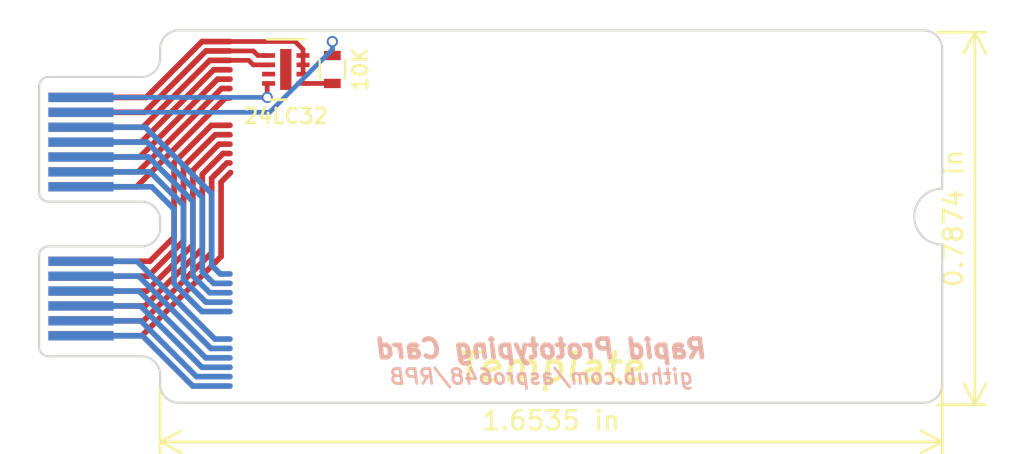
<source format=kicad_pcb>
(kicad_pcb (version 20171130) (host pcbnew "(5.1.10)-1")

  (general
    (thickness 1.6)
    (drawings 7)
    (tracks 120)
    (zones 0)
    (modules 3)
    (nets 28)
  )

  (page A)
  (title_block
    (title "Beetje 32U4 Blok")
    (date 2018-08-10)
    (rev 0.0)
    (company www.MakersBox.us)
    (comment 1 648.ken@gmail.com)
  )

  (layers
    (0 F.Cu signal)
    (31 B.Cu signal)
    (32 B.Adhes user)
    (33 F.Adhes user)
    (34 B.Paste user)
    (35 F.Paste user)
    (36 B.SilkS user)
    (37 F.SilkS user)
    (38 B.Mask user)
    (39 F.Mask user)
    (40 Dwgs.User user)
    (41 Cmts.User user)
    (42 Eco1.User user)
    (43 Eco2.User user)
    (44 Edge.Cuts user)
    (45 Margin user)
    (46 B.CrtYd user hide)
    (47 F.CrtYd user)
    (48 B.Fab user hide)
    (49 F.Fab user)
  )

  (setup
    (last_trace_width 0.254)
    (user_trace_width 0.3048)
    (user_trace_width 0.3556)
    (user_trace_width 0.4064)
    (user_trace_width 0.6096)
    (trace_clearance 0.2)
    (zone_clearance 0.35)
    (zone_45_only no)
    (trace_min 0.2)
    (via_size 0.6)
    (via_drill 0.4)
    (via_min_size 0.4)
    (via_min_drill 0.3)
    (uvia_size 0.3)
    (uvia_drill 0.1)
    (uvias_allowed no)
    (uvia_min_size 0.2)
    (uvia_min_drill 0.1)
    (edge_width 0.15)
    (segment_width 0.2)
    (pcb_text_width 0.3)
    (pcb_text_size 1.5 1.5)
    (mod_edge_width 0.15)
    (mod_text_size 1 1)
    (mod_text_width 0.15)
    (pad_size 0.5 3.500001)
    (pad_drill 0)
    (pad_to_mask_clearance 0)
    (aux_axis_origin 0 0)
    (visible_elements 7FFFFFFF)
    (pcbplotparams
      (layerselection 0x010f0_80000001)
      (usegerberextensions false)
      (usegerberattributes true)
      (usegerberadvancedattributes true)
      (creategerberjobfile true)
      (excludeedgelayer true)
      (linewidth 0.100000)
      (plotframeref false)
      (viasonmask false)
      (mode 1)
      (useauxorigin false)
      (hpglpennumber 1)
      (hpglpenspeed 20)
      (hpglpendiameter 15.000000)
      (psnegative false)
      (psa4output false)
      (plotreference true)
      (plotvalue true)
      (plotinvisibletext false)
      (padsonsilk false)
      (subtractmaskfromsilk false)
      (outputformat 1)
      (mirror false)
      (drillshape 0)
      (scaleselection 1)
      (outputdirectory "gerbers/"))
  )

  (net 0 "")
  (net 1 /10)
  (net 2 /01)
  (net 3 /02)
  (net 4 /04)
  (net 5 /05)
  (net 6 /06)
  (net 7 /07)
  (net 8 /08)
  (net 9 /09)
  (net 10 /11)
  (net 11 /12)
  (net 12 /13)
  (net 13 /14)
  (net 14 /15)
  (net 15 /16)
  (net 16 /17)
  (net 17 /18)
  (net 18 /19)
  (net 19 /20)
  (net 20 /03)
  (net 21 /D2_SDA)
  (net 22 GND)
  (net 23 /D3_SCL)
  (net 24 +5V)
  (net 25 /RESET)
  (net 26 "Net-(R1-Pad1)")
  (net 27 /A)

  (net_class Default "This is the default net class."
    (clearance 0.2)
    (trace_width 0.254)
    (via_dia 0.6)
    (via_drill 0.4)
    (uvia_dia 0.3)
    (uvia_drill 0.1)
    (add_net +5V)
    (add_net /01)
    (add_net /02)
    (add_net /03)
    (add_net /04)
    (add_net /05)
    (add_net /06)
    (add_net /07)
    (add_net /08)
    (add_net /09)
    (add_net /10)
    (add_net /11)
    (add_net /12)
    (add_net /13)
    (add_net /14)
    (add_net /15)
    (add_net /16)
    (add_net /17)
    (add_net /18)
    (add_net /19)
    (add_net /20)
    (add_net /A)
    (add_net /D2_SDA)
    (add_net /D3_SCL)
    (add_net /RESET)
    (add_net GND)
    (add_net "Net-(R1-Pad1)")
  )

  (module footprints:R_0603 (layer F.Cu) (tedit 636E7A48) (tstamp 637A3A85)
    (at 15.75 -18 90)
    (descr "Resistor SMD 0603, reflow soldering, Vishay (see dcrcw.pdf)")
    (tags "resistor 0603")
    (path /63EABA42)
    (attr smd)
    (fp_text reference R1 (at 3 0.25) (layer F.Fab)
      (effects (font (size 0.8 0.8) (thickness 0.15)))
    )
    (fp_text value 10K (at 0 1.5 270) (layer F.SilkS)
      (effects (font (size 0.8 0.8) (thickness 0.15)))
    )
    (fp_line (start -0.8 0.4) (end -0.8 -0.4) (layer F.Fab) (width 0.1))
    (fp_line (start 0.8 0.4) (end -0.8 0.4) (layer F.Fab) (width 0.1))
    (fp_line (start 0.8 -0.4) (end 0.8 0.4) (layer F.Fab) (width 0.1))
    (fp_line (start -0.8 -0.4) (end 0.8 -0.4) (layer F.Fab) (width 0.1))
    (fp_line (start 0.5 0.68) (end -0.5 0.68) (layer F.SilkS) (width 0.12))
    (fp_line (start -0.5 -0.68) (end 0.5 -0.68) (layer F.SilkS) (width 0.12))
    (fp_line (start -1.25 -0.7) (end 1.25 -0.7) (layer F.CrtYd) (width 0.05))
    (fp_line (start -1.25 -0.7) (end -1.25 0.7) (layer F.CrtYd) (width 0.05))
    (fp_line (start 1.25 0.7) (end 1.25 -0.7) (layer F.CrtYd) (width 0.05))
    (fp_line (start 1.25 0.7) (end -1.25 0.7) (layer F.CrtYd) (width 0.05))
    (fp_text user %R (at 0 0 270) (layer F.Fab)
      (effects (font (size 0.4 0.4) (thickness 0.075)))
    )
    (pad 1 smd rect (at -0.75 0 90) (size 0.5 0.9) (layers F.Cu F.Paste F.Mask)
      (net 26 "Net-(R1-Pad1)"))
    (pad 2 smd rect (at 0.75 0 90) (size 0.5 0.9) (layers F.Cu F.Paste F.Mask)
      (net 27 /A))
    (model ${KISYS3DMOD}/Resistors_SMD.3dshapes/R_0603.wrl
      (at (xyz 0 0 0))
      (scale (xyz 1 1 1))
      (rotate (xyz 0 0 0))
    )
  )

  (module Package_DFN_QFN:DFN-8-1EP_2x3mm_P0.5mm_EP0.61x2.2mm (layer F.Cu) (tedit 5EA4BD52) (tstamp 637A659A)
    (at 13.25 -18 180)
    (descr "DDB Package; 8-Lead Plastic DFN (3mm x 2mm) (see Linear Technology DFN_8_05-08-1702.pdf)")
    (tags "DFN 0.5")
    (path /63E7C52F)
    (attr smd)
    (fp_text reference U1 (at 0.5 3) (layer F.Fab)
      (effects (font (size 0.8 0.8) (thickness 0.15)))
    )
    (fp_text value 24LC32 (at 0 -2.5) (layer F.SilkS)
      (effects (font (size 0.8 0.8) (thickness 0.15)))
    )
    (fp_line (start 0 -1.625) (end 1 -1.625) (layer F.SilkS) (width 0.15))
    (fp_line (start -1 1.625) (end 1 1.625) (layer F.SilkS) (width 0.15))
    (fp_line (start -1.55 1.8) (end 1.55 1.8) (layer F.CrtYd) (width 0.05))
    (fp_line (start -1.55 -1.8) (end 1.55 -1.8) (layer F.CrtYd) (width 0.05))
    (fp_line (start 1.55 -1.8) (end 1.55 1.8) (layer F.CrtYd) (width 0.05))
    (fp_line (start -1.55 -1.8) (end -1.55 1.8) (layer F.CrtYd) (width 0.05))
    (fp_line (start -1 -1) (end -0.5 -1.5) (layer F.Fab) (width 0.15))
    (fp_line (start -1 1.5) (end -1 -1) (layer F.Fab) (width 0.15))
    (fp_line (start 1 1.5) (end -1 1.5) (layer F.Fab) (width 0.15))
    (fp_line (start 1 -1.5) (end 1 1.5) (layer F.Fab) (width 0.15))
    (fp_line (start -0.5 -1.5) (end 1 -1.5) (layer F.Fab) (width 0.15))
    (fp_text user %R (at 0 0 90) (layer F.Fab)
      (effects (font (size 0.5 0.5) (thickness 0.075)))
    )
    (pad 1 smd rect (at -0.925 -0.75 180) (size 0.7 0.25) (layers F.Cu F.Paste F.Mask)
      (net 26 "Net-(R1-Pad1)"))
    (pad 2 smd rect (at -0.925 -0.25 180) (size 0.7 0.25) (layers F.Cu F.Paste F.Mask)
      (net 22 GND))
    (pad 3 smd rect (at -0.925 0.25 180) (size 0.7 0.25) (layers F.Cu F.Paste F.Mask)
      (net 22 GND))
    (pad 4 smd rect (at -0.925 0.75 180) (size 0.7 0.25) (layers F.Cu F.Paste F.Mask)
      (net 22 GND))
    (pad 5 smd rect (at 0.925 0.75 180) (size 0.7 0.25) (layers F.Cu F.Paste F.Mask)
      (net 21 /D2_SDA))
    (pad 6 smd rect (at 0.925 0.25 180) (size 0.7 0.25) (layers F.Cu F.Paste F.Mask)
      (net 23 /D3_SCL))
    (pad 7 smd rect (at 0.925 -0.25 180) (size 0.7 0.25) (layers F.Cu F.Paste F.Mask))
    (pad 8 smd rect (at 0.925 -0.75 180) (size 0.7 0.25) (layers F.Cu F.Paste F.Mask)
      (net 24 +5V))
    (pad 9 smd rect (at 0 0 180) (size 0.61 2.2) (layers F.Cu F.Mask))
    (pad "" smd rect (at 0 -0.734 180) (size 0.5 0.59) (layers F.Paste))
    (pad "" smd rect (at 0 0 180) (size 0.5 0.59) (layers F.Paste))
    (pad "" smd rect (at 0 0.734 180) (size 0.5 0.59) (layers F.Paste))
    (model ${KISYS3DMOD}/Package_DFN_QFN.3dshapes/DFN-8-1EP_2x3mm_P0.5mm_EP0.61x2.2mm.wrl
      (at (xyz 0 0 0))
      (scale (xyz 1 1 1))
      (rotate (xyz 0 0 0))
    )
  )

  (module footprints:MEC8-113-CARD locked (layer F.Cu) (tedit 63798F08) (tstamp 6379EB30)
    (at 0 -0.1 90)
    (path /63771AB0)
    (fp_text reference X0 (at 4.375 -1.25 90) (layer F.Fab)
      (effects (font (size 1 1) (thickness 0.15)))
    )
    (fp_text value "Card Edge" (at 10.9 -1 90) (layer F.Fab)
      (effects (font (size 1 1) (thickness 0.15)))
    )
    (fp_line (start 0 47.5) (end 0 7.5) (layer Edge.Cuts) (width 0.12))
    (fp_line (start 20 7.5) (end 20 47.5) (layer Edge.Cuts) (width 0.12))
    (fp_line (start 11.5 48.5) (end 19 48.5) (layer Edge.Cuts) (width 0.12))
    (fp_line (start 8.5 48.5) (end 1 48.5) (layer Edge.Cuts) (width 0.12))
    (fp_line (start 10 8.5) (end 10 45.5) (layer Dwgs.User) (width 0.12))
    (fp_line (start 1 6.5) (end 1.5 6.5) (layer Edge.Cuts) (width 0.12))
    (fp_line (start 18.5 6.5) (end 19 6.5) (layer Edge.Cuts) (width 0.12))
    (fp_line (start 17.5 0.5) (end 17.5 5.5) (layer Edge.Cuts) (width 0.12))
    (fp_line (start 2.5 0.5) (end 2.5 5.5) (layer Edge.Cuts) (width 0.12))
    (fp_line (start 8.4 0.5) (end 8.4 5.5) (layer Edge.Cuts) (width 0.12))
    (fp_line (start 10.8 5.5) (end 10.8 0.5) (layer Edge.Cuts) (width 0.12))
    (fp_line (start 9.4 6.5) (end 9.8 6.5) (layer Edge.Cuts) (width 0.12))
    (fp_line (start 3 0) (end 7.9 0) (layer Edge.Cuts) (width 0.12))
    (fp_line (start 17 0) (end 11.3 0) (layer Edge.Cuts) (width 0.12))
    (fp_arc (start 10 48.5) (end 11.5 48.5) (angle -180) (layer Edge.Cuts) (width 0.12))
    (fp_arc (start 19 47.5) (end 19 48.5) (angle -90) (layer Edge.Cuts) (width 0.12))
    (fp_arc (start 1 47.5) (end 0 47.5) (angle -90) (layer Edge.Cuts) (width 0.12))
    (fp_arc (start 1 7.5) (end 1 6.5) (angle -90) (layer Edge.Cuts) (width 0.12))
    (fp_arc (start 19 7.5) (end 20 7.5) (angle -90) (layer Edge.Cuts) (width 0.12))
    (fp_arc (start 18.5 5.5) (end 17.5 5.5) (angle -90) (layer Edge.Cuts) (width 0.12))
    (fp_arc (start 1.5 5.5) (end 1.5 6.5) (angle -90) (layer Edge.Cuts) (width 0.12))
    (fp_arc (start 9.4 5.5) (end 8.4 5.5) (angle -90) (layer Edge.Cuts) (width 0.12))
    (fp_arc (start 9.8 5.5) (end 9.8 6.5) (angle -90) (layer Edge.Cuts) (width 0.12))
    (fp_arc (start 7.9 0.5) (end 8.4 0.5) (angle -90) (layer Edge.Cuts) (width 0.12))
    (fp_arc (start 11.3 0.5) (end 11.3 0) (angle -90) (layer Edge.Cuts) (width 0.12))
    (fp_arc (start 17 0.5) (end 17.5 0.5) (angle -90) (layer Edge.Cuts) (width 0.12))
    (fp_arc (start 3 0.5) (end 3 0) (angle -90) (layer Edge.Cuts) (width 0.12))
    (pad 14 smd rect (at 3.6 2.25 90) (size 0.5 3.5) (layers F.Cu F.Paste F.Mask)
      (net 10 /11))
    (pad 1 smd rect (at 3.6 2.25 90) (size 0.5 3.5) (layers B.Cu B.Paste B.Mask)
      (net 2 /01))
    (pad 15 smd rect (at 4.4 2.25 90) (size 0.5 3.5) (layers F.Cu F.Paste F.Mask)
      (net 11 /12))
    (pad 2 smd rect (at 4.4 2.25 90) (size 0.5 3.5) (layers B.Cu B.Paste B.Mask)
      (net 3 /02))
    (pad 16 smd rect (at 5.2 2.25 90) (size 0.5 3.5) (layers F.Cu F.Paste F.Mask)
      (net 12 /13))
    (pad 3 smd rect (at 5.2 2.25 90) (size 0.5 3.5) (layers B.Cu B.Paste B.Mask)
      (net 20 /03))
    (pad 17 smd rect (at 6 2.25 90) (size 0.5 3.5) (layers F.Cu F.Paste F.Mask)
      (net 13 /14))
    (pad 4 smd rect (at 6 2.25 90) (size 0.5 3.5) (layers B.Cu B.Paste B.Mask)
      (net 4 /04))
    (pad 18 smd rect (at 6.8 2.25 90) (size 0.5 3.5) (layers F.Cu F.Paste F.Mask)
      (net 14 /15))
    (pad 5 smd rect (at 6.8 2.25 90) (size 0.5 3.5) (layers B.Cu B.Paste B.Mask)
      (net 5 /05))
    (pad 19 smd rect (at 7.6 2.25 90) (size 0.5 3.5) (layers F.Cu F.Paste F.Mask)
      (net 15 /16))
    (pad 6 smd rect (at 7.6 2.25 90) (size 0.5 3.5) (layers B.Cu B.Paste B.Mask)
      (net 6 /06))
    (pad 20 smd rect (at 11.6 2.25 90) (size 0.5 3.5) (layers F.Cu F.Paste F.Mask)
      (net 16 /17))
    (pad 7 smd rect (at 11.6 2.25 90) (size 0.5 3.5) (layers B.Cu B.Paste B.Mask)
      (net 7 /07))
    (pad 21 smd rect (at 12.4 2.25 90) (size 0.5 3.5) (layers F.Cu F.Paste F.Mask)
      (net 17 /18))
    (pad 8 smd rect (at 12.4 2.25 90) (size 0.5 3.5) (layers B.Cu B.Paste B.Mask)
      (net 8 /08))
    (pad 22 smd rect (at 13.2 2.25 90) (size 0.5 3.5) (layers F.Cu F.Paste F.Mask)
      (net 18 /19))
    (pad 9 smd rect (at 13.2 2.25 90) (size 0.5 3.5) (layers B.Cu B.Paste B.Mask)
      (net 9 /09))
    (pad 23 smd rect (at 14 2.25 90) (size 0.5 3.5) (layers F.Cu F.Paste F.Mask)
      (net 19 /20))
    (pad 10 smd rect (at 14 2.25 90) (size 0.5 3.5) (layers B.Cu B.Paste B.Mask)
      (net 1 /10))
    (pad 24 smd rect (at 14.8 2.25 90) (size 0.5 3.5) (layers F.Cu F.Paste F.Mask)
      (net 23 /D3_SCL))
    (pad 11 smd rect (at 14.8 2.25 90) (size 0.5 3.5) (layers B.Cu B.Paste B.Mask)
      (net 25 /RESET))
    (pad 25 smd rect (at 15.6 2.25 90) (size 0.5 3.5) (layers F.Cu F.Paste F.Mask)
      (net 21 /D2_SDA))
    (pad 12 smd rect (at 15.6 2.25 90) (size 0.5 3.5) (layers B.Cu B.Paste B.Mask)
      (net 27 /A))
    (pad 26 smd rect (at 16.4 2.25 90) (size 0.5 3.5) (layers F.Cu F.Paste F.Mask)
      (net 22 GND))
    (pad 13 smd rect (at 16.4 2.25 90) (size 0.5 3.5) (layers B.Cu B.Paste B.Mask)
      (net 24 +5V))
  )

  (gr_text github.com/aspro648/RPB (at 27 -1.5) (layer B.SilkS)
    (effects (font (size 0.8 0.8) (thickness 0.15) italic) (justify mirror))
  )
  (gr_line (start 9.75 -19.5) (end 9.75 -0.5) (layer Dwgs.User) (width 0.15))
  (gr_text Template (at 27.5 -2) (layer F.SilkS)
    (effects (font (size 1.5 1.5) (thickness 0.25) italic))
  )
  (gr_text "Rapid Prototyping Card" (at 27 -3) (layer B.SilkS)
    (effects (font (size 1 1) (thickness 0.25) italic) (justify mirror))
  )
  (gr_line (start 27.25 -1) (end 27.25 -19) (layer Dwgs.User) (width 0.15))
  (dimension 42 (width 0.15) (layer F.SilkS)
    (gr_text "42 mm" (at 27.5 3.3) (layer F.SilkS)
      (effects (font (size 1 1) (thickness 0.15)))
    )
    (feature1 (pts (xy 48.5 -1.1) (xy 48.5 2.586421)))
    (feature2 (pts (xy 6.5 -1.1) (xy 6.5 2.586421)))
    (crossbar (pts (xy 6.5 2) (xy 48.5 2)))
    (arrow1a (pts (xy 48.5 2) (xy 47.373496 2.586421)))
    (arrow1b (pts (xy 48.5 2) (xy 47.373496 1.413579)))
    (arrow2a (pts (xy 6.5 2) (xy 7.626504 2.586421)))
    (arrow2b (pts (xy 6.5 2) (xy 7.626504 1.413579)))
  )
  (dimension 20 (width 0.15) (layer F.SilkS)
    (gr_text "20.000 mm" (at 51.55 -10 90) (layer F.SilkS)
      (effects (font (size 1 1) (thickness 0.15)))
    )
    (feature1 (pts (xy 48.25 -20) (xy 50.836421 -20)))
    (feature2 (pts (xy 48.25 0) (xy 50.836421 0)))
    (crossbar (pts (xy 50.25 0) (xy 50.25 -20)))
    (arrow1a (pts (xy 50.25 -20) (xy 50.836421 -18.873496)))
    (arrow1b (pts (xy 50.25 -20) (xy 49.663579 -18.873496)))
    (arrow2a (pts (xy 50.25 0) (xy 50.836421 -1.126504)))
    (arrow2b (pts (xy 50.25 0) (xy 49.663579 -1.126504)))
  )

  (segment (start 9.377294 -6.51443) (end 10.25 -6.51443) (width 0.3048) (layer B.Cu) (net 1))
  (segment (start 8.76443 -7.127294) (end 9.320862 -6.570862) (width 0.3048) (layer B.Cu) (net 1))
  (segment (start 8.76443 -11.127297) (end 8.76443 -7.127294) (width 0.3048) (layer B.Cu) (net 1))
  (segment (start 9.320862 -6.570862) (end 9.377294 -6.51443) (width 0.3048) (layer B.Cu) (net 1))
  (segment (start 8.468719 -11.423008) (end 8.76443 -11.127297) (width 0.3048) (layer B.Cu) (net 1))
  (segment (start 5.791726 -14.1) (end 8.468719 -11.423008) (width 0.3048) (layer B.Cu) (net 1))
  (segment (start 2.25 -14.1) (end 5.791726 -14.1) (width 0.3048) (layer B.Cu) (net 1) (status 10))
  (segment (start 8.25 -1) (end 10.25 -1) (width 0.3048) (layer B.Cu) (net 2))
  (segment (start 5.55 -3.7) (end 8.25 -1) (width 0.3048) (layer B.Cu) (net 2))
  (segment (start 2.25 -3.7) (end 5.55 -3.7) (width 0.3048) (layer B.Cu) (net 2) (status 10))
  (segment (start 2.25 -4.5) (end 5.463908 -4.5) (width 0.3048) (layer B.Cu) (net 3) (status 10))
  (segment (start 8.459098 -1.50481) (end 10.25 -1.50481) (width 0.3048) (layer B.Cu) (net 3))
  (segment (start 5.463908 -4.5) (end 8.459098 -1.50481) (width 0.3048) (layer B.Cu) (net 3))
  (segment (start 5.363908 -6.1) (end 8.949478 -2.51443) (width 0.3048) (layer B.Cu) (net 4))
  (segment (start 8.949478 -2.51443) (end 10.25 -2.51443) (width 0.3048) (layer B.Cu) (net 4))
  (segment (start 2.25 -6.1) (end 5.363908 -6.1) (width 0.3048) (layer B.Cu) (net 4) (status 10))
  (segment (start 2.25 -6.9) (end 5.35 -6.9) (width 0.3048) (layer B.Cu) (net 5) (status 10))
  (segment (start 9.23076 -3.01924) (end 10.25 -3.01924) (width 0.3048) (layer B.Cu) (net 5))
  (segment (start 5.35 -6.9) (end 8.75 -3.5) (width 0.3048) (layer B.Cu) (net 5))
  (segment (start 8.75 -3.5) (end 9.23076 -3.01924) (width 0.3048) (layer B.Cu) (net 5))
  (segment (start 9.439858 -3.52405) (end 10.25 -3.52405) (width 0.3048) (layer B.Cu) (net 6))
  (segment (start 5.263908 -7.7) (end 9.439858 -3.52405) (width 0.3048) (layer B.Cu) (net 6))
  (segment (start 2.25 -7.7) (end 5.263908 -7.7) (width 0.3048) (layer B.Cu) (net 6) (status 10))
  (segment (start 6.05 -11.7) (end 7.25 -10.5) (width 0.3048) (layer B.Cu) (net 7))
  (segment (start 7.25 -6.5) (end 8.75 -5) (width 0.3048) (layer B.Cu) (net 7))
  (segment (start 8.75 -5) (end 10.25 -5) (width 0.3048) (layer B.Cu) (net 7))
  (segment (start 7.25 -10.5) (end 7.25 -6.5) (width 0.3048) (layer B.Cu) (net 7))
  (segment (start 2.25 -11.7) (end 6.05 -11.7) (width 0.3048) (layer B.Cu) (net 7) (status 10))
  (segment (start 2.25 -12.5) (end 5.963908 -12.5) (width 0.3048) (layer B.Cu) (net 8) (status 10))
  (segment (start 7.75481 -10.709099) (end 7.75481 -6.709098) (width 0.3048) (layer B.Cu) (net 8))
  (segment (start 5.963908 -12.5) (end 7.75481 -10.709099) (width 0.3048) (layer B.Cu) (net 8))
  (segment (start 8.959098 -5.50481) (end 10.25 -5.50481) (width 0.3048) (layer B.Cu) (net 8))
  (segment (start 7.75481 -6.709098) (end 8.959098 -5.50481) (width 0.3048) (layer B.Cu) (net 8))
  (segment (start 2.25 -13.3) (end 5.877817 -13.3) (width 0.3048) (layer B.Cu) (net 9) (status 10))
  (segment (start 9.168196 -6.00962) (end 10.25 -6.00962) (width 0.3048) (layer B.Cu) (net 9))
  (segment (start 8.963908 -6.213908) (end 9.168196 -6.00962) (width 0.3048) (layer B.Cu) (net 9))
  (segment (start 8.25962 -6.918196) (end 8.963908 -6.213908) (width 0.3048) (layer B.Cu) (net 9))
  (segment (start 8.25962 -10.918198) (end 8.25962 -6.918196) (width 0.3048) (layer B.Cu) (net 9))
  (segment (start 5.877817 -13.3) (end 8.25962 -10.918198) (width 0.3048) (layer B.Cu) (net 9))
  (segment (start 9.77405 -11.95451) (end 10.28477 -12.46523) (width 0.3048) (layer F.Cu) (net 10))
  (segment (start 9.77405 -7.954505) (end 9.77405 -11.95451) (width 0.3048) (layer F.Cu) (net 10))
  (segment (start 5.519543 -3.7) (end 9.77405 -7.954505) (width 0.3048) (layer F.Cu) (net 10))
  (segment (start 2.25 -3.7) (end 5.519543 -3.7) (width 0.3048) (layer F.Cu) (net 10) (status 10))
  (segment (start 10.086392 -12.98076) (end 10.25 -12.98076) (width 0.3048) (layer F.Cu) (net 11))
  (segment (start 9.26924 -12.163608) (end 10.086392 -12.98076) (width 0.3048) (layer F.Cu) (net 11))
  (segment (start 9.26924 -8.163604) (end 9.26924 -12.163608) (width 0.3048) (layer F.Cu) (net 11))
  (segment (start 5.605634 -4.5) (end 9.26924 -8.163604) (width 0.3048) (layer F.Cu) (net 11))
  (segment (start 2.25 -4.5) (end 5.605634 -4.5) (width 0.3048) (layer F.Cu) (net 11) (status 10))
  (segment (start 9.877294 -13.48557) (end 10.25 -13.48557) (width 0.3048) (layer F.Cu) (net 12))
  (segment (start 5.691725 -5.3) (end 8.76443 -8.372703) (width 0.3048) (layer F.Cu) (net 12))
  (segment (start 8.76443 -12.372706) (end 9.877294 -13.48557) (width 0.3048) (layer F.Cu) (net 12))
  (segment (start 8.76443 -8.372703) (end 8.76443 -12.372706) (width 0.3048) (layer F.Cu) (net 12))
  (segment (start 2.25 -5.3) (end 5.691725 -5.3) (width 0.3048) (layer F.Cu) (net 12) (status 10))
  (segment (start 10.25 -13.99038) (end 9.668196 -13.99038) (width 0.3048) (layer F.Cu) (net 13))
  (segment (start 8.25962 -8.581802) (end 5.777817 -6.1) (width 0.3048) (layer F.Cu) (net 13))
  (segment (start 8.25962 -12.581804) (end 8.25962 -8.581802) (width 0.3048) (layer F.Cu) (net 13))
  (segment (start 9.668196 -13.99038) (end 8.25962 -12.581804) (width 0.3048) (layer F.Cu) (net 13))
  (segment (start 5.777817 -6.1) (end 2.25 -6.1) (width 0.3048) (layer F.Cu) (net 13) (status 20))
  (segment (start 2.25 -6.9) (end 5.863908 -6.9) (width 0.3048) (layer F.Cu) (net 14) (status 10))
  (segment (start 7.75481 -8.790901) (end 7.75481 -11) (width 0.3048) (layer F.Cu) (net 14))
  (segment (start 9.459098 -14.49519) (end 10.25 -14.49519) (width 0.3048) (layer F.Cu) (net 14))
  (segment (start 5.863908 -6.9) (end 7.75481 -8.790901) (width 0.3048) (layer F.Cu) (net 14))
  (segment (start 7.75481 -12.790902) (end 8.356954 -13.393046) (width 0.3048) (layer F.Cu) (net 14))
  (segment (start 8.356954 -13.393046) (end 9.459098 -14.49519) (width 0.3048) (layer F.Cu) (net 14))
  (segment (start 7.75481 -11) (end 7.75481 -12.790902) (width 0.3048) (layer F.Cu) (net 14))
  (segment (start 7.25 -9) (end 7.25 -13) (width 0.3048) (layer F.Cu) (net 15))
  (segment (start 5.95 -7.7) (end 7.25 -9) (width 0.3048) (layer F.Cu) (net 15))
  (segment (start 7.25 -13) (end 9.25 -15) (width 0.3048) (layer F.Cu) (net 15))
  (segment (start 2.25 -7.7) (end 5.95 -7.7) (width 0.3048) (layer F.Cu) (net 15) (status 10))
  (segment (start 9.25 -15) (end 10.25 -15) (width 0.3048) (layer F.Cu) (net 15))
  (segment (start 2.25 -11.7) (end 5.233448 -11.7) (width 0.3048) (layer F.Cu) (net 16) (status 10))
  (segment (start 10.004588 -16.47114) (end 10.25 -16.47114) (width 0.3048) (layer F.Cu) (net 16))
  (segment (start 5.233448 -11.7) (end 10.004588 -16.47114) (width 0.3048) (layer F.Cu) (net 16))
  (segment (start 5.31954 -12.5) (end 9.79549 -16.97595) (width 0.3048) (layer F.Cu) (net 17))
  (segment (start 2.25 -12.5) (end 5.31954 -12.5) (width 0.3048) (layer F.Cu) (net 17) (status 10))
  (segment (start 9.79549 -16.97595) (end 10.25 -16.97595) (width 0.3048) (layer F.Cu) (net 17))
  (segment (start 2.25 -13.3) (end 5.405632 -13.3) (width 0.3048) (layer F.Cu) (net 18) (status 10))
  (segment (start 5.405632 -13.3) (end 9.586392 -17.48076) (width 0.3048) (layer F.Cu) (net 18))
  (segment (start 9.586392 -17.48076) (end 10.25 -17.48076) (width 0.3048) (layer F.Cu) (net 18))
  (segment (start 9.377294 -17.98557) (end 10.25 -17.98557) (width 0.3048) (layer F.Cu) (net 19))
  (segment (start 2.25 -14.1) (end 5.491724 -14.1) (width 0.3048) (layer F.Cu) (net 19) (status 10))
  (segment (start 5.491724 -14.1) (end 9.377294 -17.98557) (width 0.3048) (layer F.Cu) (net 19))
  (segment (start 8.74038 -2.00962) (end 10.25 -2.00962) (width 0.3048) (layer B.Cu) (net 20))
  (segment (start 5.45 -5.3) (end 8.74038 -2.00962) (width 0.3048) (layer B.Cu) (net 20))
  (segment (start 2.25 -5.3) (end 5.45 -5.3) (width 0.3048) (layer B.Cu) (net 20) (status 10))
  (segment (start 8.959098 -18.99519) (end 10.25 -18.99519) (width 0.3048) (layer F.Cu) (net 21))
  (segment (start 5.663908 -15.7) (end 8.959098 -18.99519) (width 0.3048) (layer F.Cu) (net 21))
  (segment (start 2.25 -15.7) (end 5.663908 -15.7) (width 0.3048) (layer F.Cu) (net 21) (status 10))
  (segment (start 12.325 -18.75) (end 11.75 -18.75) (width 0.254) (layer F.Cu) (net 21))
  (segment (start 11.75 -18.75) (end 11.50481 -18.99519) (width 0.254) (layer F.Cu) (net 21))
  (segment (start 11.50481 -18.99519) (end 10.25 -18.99519) (width 0.254) (layer F.Cu) (net 21))
  (segment (start 8.75 -19.5) (end 10.25 -19.5) (width 0.3048) (layer F.Cu) (net 22))
  (segment (start 5.75 -16.5) (end 8.75 -19.5) (width 0.3048) (layer F.Cu) (net 22))
  (segment (start 2.25 -16.5) (end 5.75 -16.5) (width 0.3048) (layer F.Cu) (net 22) (status 10))
  (segment (start 14.175 -18.75) (end 14.175 -18.25) (width 0.254) (layer F.Cu) (net 22))
  (segment (start 14.175 -18.75) (end 14.175 -19.075) (width 0.254) (layer F.Cu) (net 22))
  (segment (start 14.175 -19.075) (end 13.75 -19.5) (width 0.254) (layer F.Cu) (net 22))
  (segment (start 14.175 -18.25) (end 14.175 -17.75) (width 0.254) (layer F.Cu) (net 22))
  (segment (start 13.75 -19.5) (end 10.25 -19.5) (width 0.254) (layer F.Cu) (net 22))
  (segment (start 9.168196 -18.49038) (end 10.25 -18.49038) (width 0.3048) (layer F.Cu) (net 23))
  (segment (start 5.577816 -14.9) (end 9.168196 -18.49038) (width 0.3048) (layer F.Cu) (net 23))
  (segment (start 2.25 -14.9) (end 5.577816 -14.9) (width 0.3048) (layer F.Cu) (net 23) (status 10))
  (segment (start 11.5 -18.25) (end 11.25962 -18.49038) (width 0.254) (layer F.Cu) (net 23))
  (segment (start 11.25962 -18.49038) (end 10.25 -18.49038) (width 0.254) (layer F.Cu) (net 23))
  (segment (start 12.325 -18.25) (end 11.5 -18.25) (width 0.254) (layer F.Cu) (net 23))
  (via (at 12.25 -16.5) (size 0.6) (drill 0.4) (layers F.Cu B.Cu) (net 24))
  (segment (start 12.25 -17.175) (end 12.325 -17.25) (width 0.254) (layer F.Cu) (net 24))
  (segment (start 2.25 -16.5) (end 12.25 -16.5) (width 0.254) (layer B.Cu) (net 24))
  (segment (start 12.25 -16.5) (end 12.25 -17.175) (width 0.254) (layer F.Cu) (net 24))
  (segment (start 9.26924 -11.336396) (end 9.26924 -7.48076) (width 0.3048) (layer B.Cu) (net 25))
  (segment (start 9.73076 -7.01924) (end 10.25 -7.01924) (width 0.3048) (layer B.Cu) (net 25))
  (segment (start 9.26924 -7.48076) (end 9.73076 -7.01924) (width 0.3048) (layer B.Cu) (net 25))
  (segment (start 5.705635 -14.9) (end 9.26924 -11.336396) (width 0.3048) (layer B.Cu) (net 25))
  (segment (start 2.25 -14.9) (end 5.705635 -14.9) (width 0.3048) (layer B.Cu) (net 25) (status 10))
  (segment (start 14.175 -17.25) (end 15.75 -17.25) (width 0.254) (layer F.Cu) (net 26))
  (via (at 15.75 -19.5) (size 0.6) (drill 0.4) (layers F.Cu B.Cu) (net 27))
  (segment (start 12.377962 -15.7) (end 15.75 -19.072038) (width 0.254) (layer B.Cu) (net 27))
  (segment (start 15.75 -19.072038) (end 15.75 -19.5) (width 0.254) (layer B.Cu) (net 27))
  (segment (start 2.25 -15.7) (end 12.377962 -15.7) (width 0.254) (layer B.Cu) (net 27))
  (segment (start 15.75 -19.5) (end 15.75 -18.75) (width 0.254) (layer F.Cu) (net 27))

)

</source>
